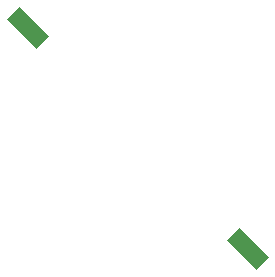
<source format=gbp>
G04*
G04 #@! TF.GenerationSoftware,Altium Limited,Altium Designer,18.0.9 (584)*
G04*
G04 Layer_Color=128*
%FSLAX25Y25*%
%MOIN*%
G70*
G01*
G75*
G04:AMPARAMS|DCode=84|XSize=60mil|YSize=137.8mil|CornerRadius=0mil|HoleSize=0mil|Usage=FLASHONLY|Rotation=45.000|XOffset=0mil|YOffset=0mil|HoleType=Round|Shape=Rectangle|*
%AMROTATEDRECTD84*
4,1,4,0.02750,-0.06993,-0.06993,0.02750,-0.02750,0.06993,0.06993,-0.02750,0.02750,-0.06993,0.0*
%
%ADD84ROTATEDRECTD84*%

D84*
X9547Y187205D02*
D03*
X82874Y113287D02*
D03*
M02*

</source>
